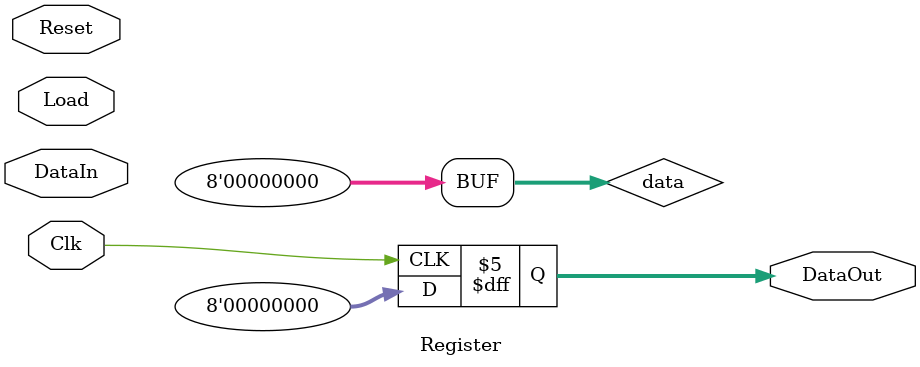
<source format=v>
`timescale 1ns / 1ps
module Register(
    input [7:0] DataIn,
    output reg [7:0] DataOut,
    input Load,
    input Reset,
    input Clk
    );
	 
	 reg [7:0] data;
	 
	 always@(Reset)
	 data <= 0;
	 always@(posedge Clk)
	 begin
		if(Load) data <= DataIn;
		DataOut <= data;
	 end


endmodule

</source>
